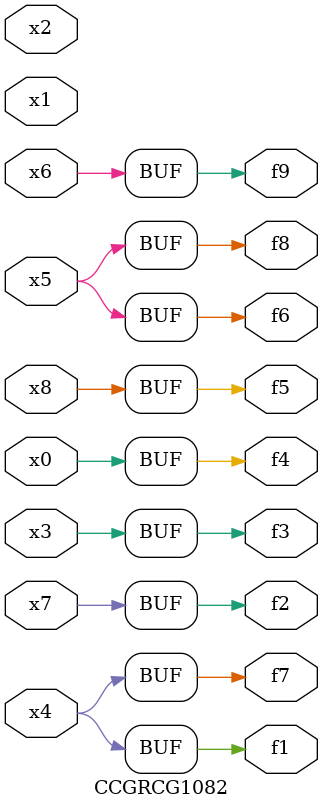
<source format=v>
module CCGRCG1082(
	input x0, x1, x2, x3, x4, x5, x6, x7, x8,
	output f1, f2, f3, f4, f5, f6, f7, f8, f9
);
	assign f1 = x4;
	assign f2 = x7;
	assign f3 = x3;
	assign f4 = x0;
	assign f5 = x8;
	assign f6 = x5;
	assign f7 = x4;
	assign f8 = x5;
	assign f9 = x6;
endmodule

</source>
